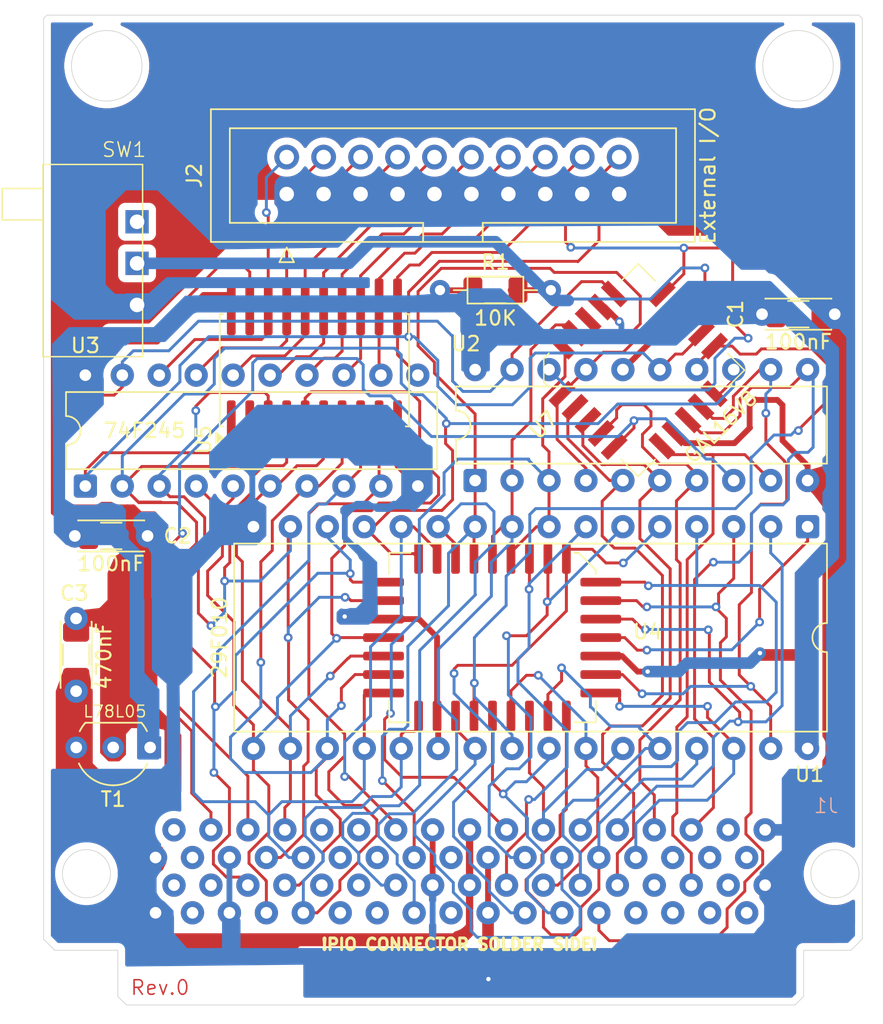
<source format=kicad_pcb>
(kicad_pcb
	(version 20241229)
	(generator "pcbnew")
	(generator_version "9.0")
	(general
		(thickness 1.6)
		(legacy_teardrops no)
	)
	(paper "A4")
	(layers
		(0 "F.Cu" signal)
		(2 "B.Cu" signal)
		(9 "F.Adhes" user "F.Adhesive")
		(11 "B.Adhes" user "B.Adhesive")
		(13 "F.Paste" user)
		(15 "B.Paste" user)
		(5 "F.SilkS" user "F.Silkscreen")
		(7 "B.SilkS" user "B.Silkscreen")
		(1 "F.Mask" user)
		(3 "B.Mask" user)
		(17 "Dwgs.User" user "User.Drawings")
		(19 "Cmts.User" user "User.Comments")
		(21 "Eco1.User" user "User.Eco1")
		(23 "Eco2.User" user "User.Eco2")
		(25 "Edge.Cuts" user)
		(27 "Margin" user)
		(31 "F.CrtYd" user "F.Courtyard")
		(29 "B.CrtYd" user "B.Courtyard")
		(35 "F.Fab" user)
		(33 "B.Fab" user)
		(39 "User.1" user)
		(41 "User.2" user)
		(43 "User.3" user)
		(45 "User.4" user)
	)
	(setup
		(pad_to_mask_clearance 0)
		(allow_soldermask_bridges_in_footprints no)
		(tenting front back)
		(pcbplotparams
			(layerselection 0x00000000_00000000_55555555_5755f5ff)
			(plot_on_all_layers_selection 0x00000000_00000000_00000000_00000000)
			(disableapertmacros no)
			(usegerberextensions no)
			(usegerberattributes yes)
			(usegerberadvancedattributes yes)
			(creategerberjobfile yes)
			(dashed_line_dash_ratio 12.000000)
			(dashed_line_gap_ratio 3.000000)
			(svgprecision 4)
			(plotframeref no)
			(mode 1)
			(useauxorigin no)
			(hpglpennumber 1)
			(hpglpenspeed 20)
			(hpglpendiameter 15.000000)
			(pdf_front_fp_property_popups yes)
			(pdf_back_fp_property_popups yes)
			(pdf_metadata yes)
			(pdf_single_document no)
			(dxfpolygonmode yes)
			(dxfimperialunits yes)
			(dxfusepcbnewfont yes)
			(psnegative no)
			(psa4output no)
			(plot_black_and_white yes)
			(sketchpadsonfab no)
			(plotpadnumbers no)
			(hidednponfab no)
			(sketchdnponfab yes)
			(crossoutdnponfab yes)
			(subtractmaskfromsilk no)
			(outputformat 1)
			(mirror no)
			(drillshape 0)
			(scaleselection 1)
			(outputdirectory "gerbers/")
		)
	)
	(net 0 "")
	(net 1 "unconnected-(J1-DREQ5-Pad3)")
	(net 2 "unconnected-(J1-D11-Pad45)")
	(net 3 "/D7")
	(net 4 "unconnected-(J1-BCLK-Pad33)")
	(net 5 "unconnected-(J1-LRCLK-Pad66)")
	(net 6 "unconnected-(J1-D15-Pad47)")
	(net 7 "unconnected-(J1-D8-Pad10)")
	(net 8 "unconnected-(J1-NC-Pad31)")
	(net 9 "unconnected-(J1-NC-Pad65)")
	(net 10 "unconnected-(J1-~{DACK5}-Pad36)")
	(net 11 "unconnected-(J1-SYSCK-Pad32)")
	(net 12 "unconnected-(J1-D9-Pad44)")
	(net 13 "unconnected-(J1-D14-Pad13)")
	(net 14 "unconnected-(J1-~{IRQ10}-Pad37)")
	(net 15 "unconnected-(J1-+3.5V-Pad51)")
	(net 16 "unconnected-(J1-D12-Pad12)")
	(net 17 "unconnected-(J1-~{RESET}-Pad2)")
	(net 18 "unconnected-(J1-SDIN-Pad67)")
	(net 19 "unconnected-(J1-A21-Pad62)")
	(net 20 "unconnected-(J1-A19-Pad61)")
	(net 21 "unconnected-(J1-A22-Pad29)")
	(net 22 "unconnected-(J1-D13-Pad46)")
	(net 23 "unconnected-(J1-+3.5V-Pad17)")
	(net 24 "/A0")
	(net 25 "unconnected-(J1-~{SWR1}-Pad38)")
	(net 26 "unconnected-(J1-A23-Pad63)")
	(net 27 "unconnected-(J1-D10-Pad11)")
	(net 28 "/XCVR_B0")
	(net 29 "/XCVR_B1")
	(net 30 "/XCVR_B2")
	(net 31 "/XCVR_B3")
	(net 32 "/XCVR_B4")
	(net 33 "/EXT_STROBE")
	(net 34 "/XCVR_B6")
	(net 35 "/A1")
	(net 36 "/XCVR_B5")
	(net 37 "/XCVR_B7")
	(net 38 "/EXT_ACK")
	(net 39 "/~{XCVR_EN}")
	(net 40 "/A2")
	(net 41 "/A5")
	(net 42 "/A3")
	(net 43 "/A4")
	(net 44 "/UNK1")
	(net 45 "/A18")
	(net 46 "/A17")
	(net 47 "/A20")
	(net 48 "/~{CS0}")
	(net 49 "/~{SWR0}")
	(net 50 "/~{SRD}")
	(net 51 "/~{EEPROM_WR}")
	(net 52 "/D0")
	(net 53 "/~{EEPROM_OE}")
	(net 54 "VCC")
	(net 55 "/SWITCH")
	(net 56 "GND")
	(net 57 "/D1")
	(net 58 "/D2")
	(net 59 "/D3")
	(net 60 "/D4")
	(net 61 "/D5")
	(net 62 "unconnected-(SW1-A-Pad1)")
	(net 63 "/A6")
	(net 64 "/D6")
	(net 65 "+7.5V")
	(net 66 "/A7")
	(net 67 "/A9")
	(net 68 "/A8")
	(net 69 "/A10")
	(net 70 "/A11")
	(net 71 "/A12")
	(net 72 "/A13")
	(net 73 "/ROM_P1")
	(net 74 "/A14")
	(net 75 "/A15")
	(net 76 "/A16")
	(footprint "PR_Footprints:C_Disc_1206_P5.00mm" (layer "F.Cu") (at 91.734 92.329))
	(footprint "PR_Footprints:PLCC-32" (layer "F.Cu") (at 121.035093 99.1616 -90))
	(footprint "Connector_IDC:IDC-Header_2x10_P2.54mm_Vertical" (layer "F.Cu") (at 106.299 68.834 90))
	(footprint "PR_Footprints:C_Disc_1206_P5.00mm" (layer "F.Cu") (at 91.821 102.997 90))
	(footprint "PR_Footprints:PLCC-20" (layer "F.Cu") (at 130.556 81.026 45))
	(footprint "Package_DIP:DIP-20_W7.62mm" (layer "F.Cu") (at 92.456 88.9 90))
	(footprint "PR_Footprints:SOP-20" (layer "F.Cu") (at 108.204 80.941 90))
	(footprint "PR_Footprints:C_Disc_1206_P5.00mm" (layer "F.Cu") (at 138.978 77.089))
	(footprint "Package_TO_SOT_THT:TO-92L_Inline_Wide" (layer "F.Cu") (at 96.911 106.865 180))
	(footprint "PR_Footprints:R_Axial_DIN0204_L3.6mm_D1.6mm_P7.62mm_Horizontal" (layer "F.Cu") (at 116.84 75.438))
	(footprint "Package_DIP:DIP-20_W7.62mm" (layer "F.Cu") (at 119.253 88.519 90))
	(footprint "PR_Footprints:SPDT_Switch" (layer "F.Cu") (at 93.1418 73.9648))
	(footprint "Package_DIP:DIP-32_W15.24mm" (layer "F.Cu") (at 142.113 91.694 -90))
	(footprint "PR_Footprints:PIO_Connector" (layer "B.Cu") (at 118.872 114.803 180))
	(gr_poly
		(pts
			(xy 103.296055 61.578133) (xy 103.295213 61.578382) (xy 103.294382 61.578575) (xy 103.293563 61.578711)
			(xy 103.292756 61.57879) (xy 103.291961 61.578813) (xy 103.291177 61.578779) (xy 103.290405 61.578688)
			(xy 103.289645 61.57854) (xy 103.288897 61.578335) (xy 103.288161 61.578074) (xy 103.287436 61.577756)
			(xy 103.286724 61.577381) (xy 103.286022 61.57695) (xy 103.285333 61.576462) (xy 103.284656 61.575917)
			(xy 103.28399 61.575315) (xy 103.285975 61.574323)
		)
		(stroke
			(width 0)
			(type solid)
		)
		(fill yes)
		(layer "F.Cu")
		(uuid "00bcb21b-45ef-4317-945a-261dee7f17e3")
	)
	(gr_line
		(start 101.03998 60.864314)
		(end 100.964137 60.838755)
		(stroke
			(width 0.007937)
			(type solid)
			(color 122 182 80 1)
		)
		(layer "F.Cu")
		(uuid "0489255a-8fbf-47bf-8120-19c0b16c7835")
	)
	(gr_line
		(start 100.697238 60.754974)
		(end 100.670568 60.745529)
		(stroke
			(width 0.007937)
			(type solid)
			(color 122 182 80 1)
		)
		(layer "F.Cu")
		(uuid "04d3296c-8b55-4213-b854-68ee6d71c7dc")
	)
	(gr_line
		(start 100.841225 60.799424)
		(end 100.826501 60.796289)
		(stroke
			(width 0.007937)
			(type solid)
			(color 54 167 110 1)
		)
		(layer "F.Cu")
		(uuid "058d7517-b934-435d-8226-8b1bd7a34981")
	)
	(gr_line
		(start 103.540133 61.655523)
		(end 103.532037 61.652706)
		(stroke
			(width 0.007937)
			(type solid)
			(color 73 168 100 1)
		)
		(layer "F.Cu")
		(uuid "072182a4-9b2a-48a3-bd09-794aa458699e")
	)
	(gr_line
		(start 101.89592 61.133474)
		(end 101.894769 61.134625)
		(stroke
			(width 0.007937)
			(type solid)
			(color 127 165 52 1)
		)
		(layer "F.Cu")
		(uuid "07b89b68-a6b4-4c5d-8bce-fd51e38713f2")
	)
	(gr_line
		(start 103.571725 61.666597)
		(end 103.562795 61.663303)
		(stroke
			(width 0.007937)
			(type solid)
			(color 122 182 80 1)
		)
		(layer "F.Cu")
		(uuid "07ff6185-2369-4e35-b34f-274d1914fa9b")
	)
	(gr_line
		(start 103.385193 61.607065)
		(end 103.36535 61.599802)
		(stroke
			(width 0.007937)
			(type solid)
			(color 122 182 80 1)
		)
		(layer "F.Cu")
		(uuid "083b993d-1eeb-4826-a12e-b7f197ab56c3")
	)
	(gr_curve
		(pts
			(xy 102.057488 60.900786) (xy 102.057408 60.894198) (xy 102.059829 60.884554) (xy 102.057488 60.875664)
		)
		(stroke
			(width 0.007937)
			(type solid)
			(color 111 85 100 1)
		)
		(layer "F.Cu")
		(uuid "0984da8b-5278-4e30-88ea-9613f813459c")
	)
	(gr_line
		(start 101.89592 61.133474)
		(end 101.85524 61.121886)
		(stroke
			(width 0.007937)
			(type solid)
			(color 54 167 110 1)
		)
		(layer "F.Cu")
		(uuid "09de9327-c976-4220-b694-395260de882f")
	)
	(gr_line
		(start 100.360014 60.646151)
		(end 100.357712 60.646032)
		(stroke
			(width 0.007937)
			(type solid)
			(color 122 182 80 1)
		)
		(layer "F.Cu")
		(uuid "0a1e9b56-ed52-4081-b450-9bc2e56bf62e")
	)
	(gr_line
		(start 101.894769 61.134625)
		(end 101.906675 61.138594)
		(stroke
			(width 0.007937)
			(type solid)
			(color 195 180 22 1)
		)
		(layer "F.Cu")
		(uuid "0aedf6fb-6fb1-416e-ac0e-90deb28a70aa")
	)
	(gr_line
		(start 103.584623 61.67124)
		(end 103.606451 61.677193)
		(stroke
			(width 0.007937)
			(type solid)
			(color 195 180 22 1)
		)
		(layer "F.Cu")
		(uuid "0af3c0e8-6a71-4150-9e49-4e74935397bd")
	)
	(gr_poly
		(pts
			(xy 103.727498 61.714896) (xy 103.726772 61.71514) (xy 103.726051 61.715338) (xy 103.725337 61.71549)
			(xy 103.724628 61.715595) (xy 103.723925 61.715654) (xy 103.723229 61.715666) (xy 103.722538 61.715631)
			(xy 103.721853 61.71555) (xy 103.721173 61.715423) (xy 103.7205 61.715249) (xy 103.719833 61.715029)
			(xy 103.719171 61.714762) (xy 103.718516 61.714448) (xy 103.717866 61.714088) (xy 103.717222 61.713682)
			(xy 103.716584 61.713229) (xy 103.71956 61.711919)
		)
		(stroke
			(width 0)
			(type solid)
		)
		(fill yes)
		(layer "F.Cu")
		(uuid "0baf3549-35cb-4912-bcfa-6f589de9d6ad")
	)
	(gr_line
		(start 103.606451 61.677193)
		(end 103.585615 61.669573)
		(stroke
			(width 0.007937)
			(type solid)
			(color 73 168 100 1)
		)
		(layer "F.Cu")
		(uuid "0c373892-9000-4f8b-9f1c-e533cc6903bf")
	)
	(gr_line
		(start 101.766102 61.091961)
		(end 101.756021 61.090135)
		(stroke
			(width 0.007937)
			(type solid)
			(color 54 167 110 1)
		)
		(layer "F.Cu")
		(uuid "0d7321b3-c402-49d4-81b3-9707fb6c55ca")
	)
	(gr_line
		(start 100.350131 60.645357)
		(end 100.314373 60.632419)
		(stroke
			(width 0.007937)
			(type solid)
			(color 122 182 80 1)
		)
		(layer "F.Cu")
		(uuid "1069d95f-f67f-42bf-b6e4-49e7e3845d4d")
	)
	(gr_poly
		(pts
			(xy 100.756726 60.772802) (xy 100.763442 60.774213) (xy 100.770091 60.775877) (xy 100.776673 60.777795)
			(xy 100.783188 60.779965) (xy 100.789636 60.782388) (xy 100.796017 60.785065) (xy 100.802331 60.787994)
			(xy 100.795531 60.786819) (xy 100.788802 60.785395) (xy 100.782146 60.783723) (xy 100.775562 60.781803)
			(xy 100.769049 60.779635) (xy 100.762609 60.777219) (xy 100.75624 60.774555) (xy 100.749943 60.771643)
		)
		(stroke
			(width 0)
			(type solid)
		)
		(fill yes)
		(layer "F.Cu")
		(uuid "10cdf303-fec9-4ad2-991b-d09e1034b032")
	)
	(gr_line
		(start 103.479451 61.636513)
		(end 103.458615 61.630877)
		(stroke
			(width 0.007937)
			(type solid)
			(color 54 167 110 1)
		)
		(layer "F.Cu")
		(uuid "12290ffb-e8fa-4d3a-9d60-f24f4f9db71b")
	)
	(gr_line
		(start 100.470147 60.681354)
		(end 100.466178 60.682346)
		(stroke
			(width 0.007937)
			(type solid)
			(color 127 165 52 1)
		)
		(layer "F.Cu")
		(uuid "124c17a6-dd1d-439a-a06b-40d117088932")
	)
	(gr_poly
		(pts
			(xy 101.996012 61.166381) (xy 101.998015 61.16646) (xy 101.999998 61.166611) (xy 102.00196 61.166834)
			(xy 102.003902 61.167129) (xy 102.005823 61.167497) (xy 102.007724 61.167937) (xy 102.009605 61.168449)
			(xy 102.011465 61.169033) (xy 102.013304 61.16969) (xy 102.015123 61.170418) (xy 102.016922 61.171219)
			(xy 102.0187 61.172093) (xy 102.020458 61.173038) (xy 102.022195 61.174056) (xy 102.023912 61.175146)
			(xy 102.020015 61.174558) (xy 102.016163 61.173824) (xy 102.012355 61.172945) (xy 102.008593 61.171921)
			(xy 102.004874 61.170752) (xy 102.001201 61.169438) (xy 101.997572 61.167979) (xy 101.993988 61.166375)
		)
		(stroke
			(width 0)
			(type solid)
		)
		(fill yes)
		(layer "F.Cu")
		(uuid "136b007d-71d8-4dbb-9ef7-e228e245d595")
	)
	(gr_line
		(start 105.469819 61.267459)
		(end 104.536131 60.97782)
		(stroke
			(width 0.007937)
			(type solid)
			(color 25 140 169 1)
		)
		(layer "F.Cu")
		(uuid "13bf84ef-5a40-488c-8092-963b84915446")
	)
	(gr_line
		(start 103.779925 61.731922)
		(end 103.768178 61.728945)
		(stroke
			(width 0.007937)
			(type solid)
			(color 73 168 100 1)
		)
		(layer "F.Cu")
		(uuid "156f1c45-3641-44c2-b3c5-fef414b21302")
	)
	(gr_line
		(start 101.756021 61.090135)
		(end 101.766102 61.091961)
		(stroke
			(width 0.007937)
			(type solid)
			(color 175 179 32 1)
		)
		(layer "F.Cu")
		(uuid "1694eb9c-cb66-4096-8ce1-66c185b0ab0f")
	)
	(gr_line
		(start 100.250873 60.613568)
		(end 100.23218 60.607774)
		(stroke
			(width 0.007937)
			(type solid)
			(color 73 168 100 1)
		)
		(layer "F.Cu")
		(uuid "1770da3e-1542-47c9-9669-9ac5a13bb06b")
	)
	(gr_line
		(start 100.826501 60.796289)
		(end 100.802331 60.787994)
		(stroke
			(width 0.007937)
			(type solid)
			(color 122 182 80 1)
		)
		(layer "F.Cu")
		(uuid "18baf0fd-e086-41ed-acc7-18dd659c682e")
	)
	(gr_line
		(start 102.058004 61.187211)
		(end 102.057488 60.900786)
		(stroke
			(width 0.007937)
			(type solid)
			(color 111 85 100 1)
		)
		(layer "F.Cu")
		(uuid "19ed30f3-e1c4-4b50-816b-d8871e3f4858")
	)
	(gr_line
		(start 103.727498 61.714896)
		(end 103.71956 61.711919)
		(stroke
			(width 0.007937)
			(type solid)
			(color 73 168 100 1)
		)
		(layer "F.Cu")
		(uuid "19ee8ac3-d02d-4068-82f2-b37f18a0b10d")
	)
	(gr_poly
		(pts
			(xy 103.637013 61.686307) (xy 103.64083 61.68702) (xy 103.644613 61.687865) (xy 103.648361 61.688841)
			(xy 103.652074 61.689949) (xy 103.655753 61.691188) (xy 103.659397 61.692558) (xy 103.663006 61.69406)
			(xy 103.661043 61.694028) (xy 103.659093 61.69393) (xy 103.657156 61.693767) (xy 103.655232 61.693539)
			(xy 103.653321 61.693246) (xy 103.651423 61.692888) (xy 103.649538 61.692465) (xy 103.647667 61.691977)
			(xy 103.645808 61.691423) (xy 103.643962 61.690804) (xy 103.642129 61.690121) (xy 103.640309 61.689372)
			(xy 103.638503 61.688558) (xy 103.636709 61.687679) (xy 103.634928 61.686735) (xy 103.633161 61.685726)
		)
		(stroke
			(width 0)
			(type solid)
		)
		(fill yes)
		(layer "F.Cu")
		(uuid "1d902126-e390-436a-821d-b121674c06b5")
	)
	(gr_line
		(start 103.585615 61.669573)
		(end 103.584623 61.67124)
		(stroke
			(width 0.007937)
			(type solid)
			(color 127 165 52 1)
		)
		(layer "F.Cu")
		(uuid "1f2565f2-9a4b-4ca8-842d-7036b2258e62")
	)
	(gr_poly
		(pts
			(xy 100.831434 60.796033) (xy 100.832385 60.796116) (xy 100.833323 60.796245) (xy 100.83425 60.796418)
			(xy 100.835164 60.796637) (xy 100.836066 60.7969) (xy 100.836956 60.797208) (xy 100.837834 60.797562)
			(xy 100.8387 60.79796) (xy 100.839553 60.798403) (xy 100.840395 60.798891) (xy 100.841225 60.799424)
			(xy 100.838248 60.800417) (xy 100.826501 60.796289) (xy 100.827512 60.796148) (xy 100.82851 60.796052)
			(xy 100.829497 60.796) (xy 100.830472 60.795994)
		)
		(stroke
			(width 0)
			(type solid)
		)
		(fill yes)
		(layer "F.Cu")
		(uuid "1f649d73-2916-4d59-acf5-7adf62fab87d")
	)
	(gr_line
		(start 103.768178 61.728945)
		(end 103.779925 61.731922)
		(stroke
			(width 0.007937)
			(type solid)
			(color 195 180 22 1)
		)
		(layer "F.Cu")
		(uuid "20ed37d6-a907-4afb-89d4-03186f5cdecf")
	)
	(gr_line
		(start 103.088688 60.526414)
		(end 103.087775 60.531375)
		(stroke
			(width 0.007937)
			(type solid)
			(color 111 85 100 1)
		)
		(layer "F.Cu")
		(uuid "215554dd-1f5c-400b-b184-fe5510034f46")
	)
	(gr_poly
		(pts
			(xy 103.271621 61.570324) (xy 103.272773 61.570394) (xy 103.273918 61.570503) (xy 103.275054 61.570652)
			(xy 103.276183 61.57084) (xy 103.277303 61.571069) (xy 103.278415 61.571336) (xy 103.279519 61.571644)
			(xy 103.280615 61.571991) (xy 103.281703 61.572378) (xy 103.282783 61.572805) (xy 103.283855 61.573271)
			(xy 103.284919 61.573777) (xy 103.285975 61.574323) (xy 103.28399 61.575315) (xy 103.282942 61.575203)
			(xy 103.281902 61.575064) (xy 103.280868 61.574899) (xy 103.279843 61.574708) (xy 103.278825 61.57449)
			(xy 103.277814 61.574246) (xy 103.27681 61.573975) (xy 103.275815 61.573678) (xy 103.274826 61.573355)
			(xy 103.273845 61.573005) (xy 103.272871 61.572629) (xy 103.271905 61.572227) (xy 103.270947 61.571798)
			(xy 103.269995 61.571343) (xy 103.269051 61.570862) (xy 103.268115 61.570354) (xy 103.269292 61.570304)
			(xy 103.27046 61.570295)
		)
		(stroke
			(width 0)
			(type solid)
		)
		(fill yes)
		(layer "F.Cu")
		(uuid "2222cb6d-3d5f-418d-802a-2a925aaa9a3b")
	)
	(gr_line
		(start 103.385193 61.607065)
		(end 103.398092 61.612026)
		(stroke
			(width 0.007937)
			(type solid)
			(color 175 179 32 1)
		)
		(layer "F.Cu")
		(uuid "269c34bd-8f8e-49de-b1d9-c0a462225fb5")
	)
	(gr_poly
		(pts
			(xy 101.896734 61.133531) (xy 101.897529 61.133624) (xy 101.898305 61.133751) (xy 101.899063 61.133913)
			(xy 101.899801 61.134111) (xy 101.90052 61.134343) (xy 101.901221 61.13461) (xy 101.901903 61.134913)
			(xy 101.902566 61.13525) (xy 101.903209 61.135623) (xy 101.903834 61.13603) (xy 101.90444 61.136473)
			(xy 101.905028 61.136951) (xy 101.905596 61.137463) (xy 101.906145 61.138011) (xy 101.906675 61.138594)
			(xy 101.905824 61.138597) (xy 101.904987 61.138566) (xy 101.904165 61.138503) (xy 101.903356 61.138405)
			(xy 101.902562 61.138274) (xy 101.901783 61.13811) (xy 101.901017 61.137912) (xy 101.900266 61.137681)
			(xy 101.899529 61.137416) (xy 101.898806 61.137118) (xy 101.898098 61.136786) (xy 101.897403 61.136421)
			(xy 101.896723 61.136022) (xy 101.896058 61.13559) (xy 101.895406 61.135124) (xy 101.894769 61.134625)
			(xy 101.89592 61.133474)
		)
		(stroke
			(width 0)
			(type solid)
		)
		(fill yes)
		(layer "F.Cu")
		(uuid "281c2de9-2f47-4dac-860e-823531ab058a")
	)
	(gr_line
		(start 103.36535 61.599802)
		(end 103.357412 61.597143)
		(stroke
			(width 0.007937)
			(type solid)
			(color 73 168 100 1)
		)
		(layer "F.Cu")
		(uuid "294ec5f4-8aa4-4fae-96dc-4e166d8327e4")
	)
	(gr_line
		(start 101.839206 61.115774)
		(end 101.85524 61.121885)
		(stroke
			(width 0.007937)
			(type solid)
			(color 122 182 80 1)
		)
		(layer "F.Cu")
		(uuid "29bf9e01-29ce-4339-8083-55a093bf53da")
	)
	(gr_line
		(start 103.684834 61.702315)
		(end 103.663006 61.694061)
		(stroke
			(width 0.007937)
			(type solid)
			(color 122 182 80 1)
		)
		(layer "F.Cu")
		(uuid "29fe78e4-3181-47c5-bb07-4ff0d5946f5d")
	)
	(gr_line
		(start 100.466178 60.682346)
		(end 100.491975 60.688974)
		(stroke
			(width 0.007937)
			(type solid)
			(color 195 180 22 1)
		)
		(layer "F.Cu")
		(uuid "2a3d7ce2-414d-4ae6-8dac-00e9c3f1c5d5")
	)
	(gr_line
		(start 100.529678 60.70219)
		(end 100.540751 60.704016)
		(stroke
			(width 0.007937)
			(type solid)
			(color 175 179 32 1)
		)
		(layer "F.Cu")
		(uuid "2a89c027-0d5f-4c8b-8d43-2d83b715f64a")
	)
	(gr_line
		(start 101.839206 61.115774)
		(end 101.806623 61.106685)
		(stroke
			(width 0.007937)
			(type solid)
			(color 54 167 110 1)
		)
		(layer "F.Cu")
		(uuid "2b903f3c-5730-475b-9abf-929efc5ecb9d")
	)
	(gr_line
		(start 100.611871 60.72763)
		(end 100.576311 60.717073)
		(stroke
			(width 0.007937)
			(type solid)
			(color 54 167 110 1)
		)
		(layer "F.Cu")
		(uuid "2cd2fa77-5a3f-4f57-847b-673cdb050ea5")
	)
	(gr_line
		(start 103.758256 61.726128)
		(end 103.768178 61.728945)
		(stroke
			(width 0.007937)
			(type solid)
			(color 175 179 32 1)
		)
		(layer "F.Cu")
		(uuid "2d5a5b0e-263b-432d-b4b0-fe000043d099")
	)
	(gr_line
		(start 102.057488 60.500617)
		(end 102.057567 60.203041)
		(stroke
			(width 0.007937)
			(type solid)
			(color 111 85 100 1)
		)
		(layer "F.Cu")
		(uuid "2eaf9619-f752-453e-b5d2-e52c6420805d")
	)
	(gr_poly
		(pts
			(xy 103.36535 61.599802) (xy 103.36465 61.599982) (xy 103.363962 61.600124) (xy 103.363284 61.600228)
			(xy 103.362616 61.600294) (xy 103.361959 61.600322) (xy 103.361313 61.600313) (xy 103.360677 61.600265)
			(xy 103.360051 61.60018) (xy 103.359436 61.600057) (xy 103.358832 61.599896) (xy 103.358238 61.599697)
			(xy 103.357655 61.59946) (xy 103.357082 61.599186) (xy 103.35652 61.598874) (xy 103.355969 61.598524)
			(xy 103.355428 61.598136) (xy 103.357412 61.597143)
		)
		(stroke
			(width 0)
			(type solid)
		)
		(fill yes)
		(layer "F.Cu")
		(uuid "3147e5af-d8c6-4c44-986b-773cd0d033f5")
	)
	(gr_line
		(start 101.693514 61.070292)
		(end 101.710381 61.074935)
		(stroke
			(width 0.007937)
			(type solid)
			(color 175 179 32 1)
		)
		(layer "F.Cu")
		(uuid "3395e83a-cef0-438d-9a01-1cc251794a0a")
	)
	(gr_line
		(start 103.997532 60.81018)
		(end 103.995587 60.806767)
		(stroke
			(width 0.007937)
			(type solid)
			(color 25 140 169 1)
		)
		(layer "F.Cu")
		(uuid "345ab2b9-19c5-49da-91d7-6ccab78076b8")
	)
	(gr_poly
		(pts
			(xy 103.401068 61.611034) (xy 103.419086 61.616828) (xy 103.418661 61.617211) (xy 103.41845 61.617384)
			(xy 103.418239 61.617544) (xy 103.41803 61.617693) (xy 103.41782 61.617829) (xy 103.417612 61.617954)
			(xy 103.417405 61.618066) (xy 103.417198 61.618166) (xy 103.416992 61.618254) (xy 103.416787 61.618329)
			(xy 103.416582 61.618393) (xy 103.416379 61.618444) (xy 103.416176 61.618483) (xy 103.415974 61.61851)
			(xy 103.415772 61.618525) (xy 103.415572 61.618527) (xy 103.415372 61.618518) (xy 103.415173 61.618496)
			(xy 103.414975 61.618462) (xy 103.414777 61.618416) (xy 103.414581 61.618358) (xy 103.414385 61.618287)
			(xy 103.41419 61.618205) (xy 103.413995 61.61811) (xy 103.413802 61.618003) (xy 103.413609 61.617884)
			(xy 103.413417 61.617753) (xy 103.413226 61.617609) (xy 103.413035 61.617454) (xy 103.412846 61.617286)
			(xy 103.412657 61.617106) (xy 103.412529 61.616989) (xy 103.412397 61.616877) (xy 103.41226 61.616772)
			(xy 103.412119 61.616672) (xy 103.411973 61.616579) (xy 103.411824 61.616493) (xy 103.41167 61.616412)
			(xy 103.411513 61.616339) (xy 103.411353 61.616271) (xy 103.41119 61.616211) (xy 103.411023 61.616157)
			(xy 103.410855 61.616111) (xy 103.410683 61.616071) (xy 103.41051 61.616038) (xy 103.410334 61.616013)
			(xy 103.410156 61.615994) (xy 103.409347 61.615923) (xy 103.408544 61.615828) (xy 103.407749 61.61571)
			(xy 103.406962 61.615568) (xy 103.406182 61.615402) (xy 103.405409 61.615213) (xy 103.404644 61.615)
			(xy 103.403886 61.614764) (xy 103.403136 61.614504) (xy 103.402393 61.614221) (xy 103.401657 61.613914)
			(xy 103.400929 61.613583) (xy 103.400209 61.613229) (xy 103.399496 61.612852) (xy 103.39879 61.61245)
			(xy 103.398092 61.612026) (xy 103.401068 61.611034)
		)
		(stroke
			(width 0)
			(type solid)
		)
		(fill yes)
		(layer "F.Cu")
		(uuid "34e486b4-0d58-42fc-8aa3-7176a7761266")
	)
	(gr_line
		(start 103.716584 61.713229)
		(end 103.727498 61.714896)
		(stroke
			(width 0.007937)
			(type solid)
			(color 195 180 22 1)
		)
		(layer "F.Cu")
		(uuid "35126661-f99c-46dc-9b4e-934a96c72212")
	)
	(gr_line
		(start 103.086664 62.085894)
		(end 103.089363 62.099031)
		(stroke
			(width 0.007937)
			(type solid)
			(color 233 97 22 1)
		)
		(layer "F.Cu")
		(uuid "36845a74-87b9-435a-84ee-255ee64e7f92")
	)
	(gr_line
		(start 103.663006 61.69406)
		(end 103.633161 61.685726)
		(stroke
			(width 0.007937)
			(type solid)
			(color 54 167 110 1)
		)
		(layer "F.Cu")
		(uuid "36d60761-a46a-4d20-b3aa-3e40a87cdcf1")
	)
	(gr_curve
		(pts
			(xy 103.086704 61.117401) (xy 103.086704 61.119504) (xy 103.087577 61.120536) (xy 103.087696 61.122719)
		)
		(stroke
			(width 0.007937)
			(type solid)
			(color 111 85 100 1)
		)
		(layer "F.Cu")
		(uuid "37144819-2629-4fe1-8b02-418ceb8c066c")
	)
	(gr_poly
		(pts
			(xy 100.274602 60.619823) (xy 100.275556 60.619871) (xy 100.276505 60.619945) (xy 100.277448 60.620045)
			(xy 100.278386 60.620172) (xy 100.279319 60.620325) (xy 100.280247 60.620504) (xy 100.281169 60.62071)
			(xy 100.282086 60.620942) (xy 100.282998 60.6212) (xy 100.283904 60.621485) (xy 100.284805 60.621796)
			(xy 100.285701 60.622134) (xy 100.286592 60.622497) (xy 100.281631 60.623807) (xy 100.271709 60.619838)
			(xy 100.272679 60.619807) (xy 100.273643 60.619802)
		)
		(stroke
			(width 0)
			(type solid)
		)
		(fill yes)
		(layer "F.Cu")
		(uuid "387089b4-e8e1-44ed-a062-f588fd54f037")
	)
	(gr_line
		(start 101.766102 61.091961)
		(end 101.806623 61.106685)
		(stroke
			(width 0.007937)
			(type solid)
			(color 122 182 80 1)
		)
		(layer "F.Cu")
		(uuid "3924f462-f55e-417b-9a4d-e540af248e9f")
	)
	(gr_line
		(start 100.357712 60.646032)
		(end 100.350131 60.645357)
		(stroke
			(width 0.007937)
			(type solid)
			(color 122 182 80 1)
		)
		(layer "F.Cu")
		(uuid "393b819f-6573-4cc2-af09-7783a3716265")
	)
	(gr_line
		(start 103.401068 61.611034)
		(end 103.385193 61.607065)
		(stroke
			(width 0.007937)
			(type solid)
			(color 54 167 110 1)
		)
		(layer "F.Cu")
		(uuid "3bd8a432-ee0b-48c0-b92b-bd85216deb38")
	)
	(gr_line
		(start 101.958428 61.15431)
		(end 101.993988 61.166375)
		(stroke
			(width 0.007937)
			(type solid)
			(color 122 182 80 1)
		)
		(layer "F.Cu")
		(uuid "3e06f77b-917e-462d-80be-d8d47aa75254")
	)
	(gr_line
		(start 103.268115 61.570354)
		(end 103.213862 61.552535)
		(stroke
			(width 0.007937)
			(type solid)
			(color 122 182 80 1)
		)
		(layer "F.Cu")
		(uuid "3e76db62-565a-4297-acee-dbeb3cb14f12")
	)
	(gr_line
		(start 103.296055 61.578133)
		(end 103.285975 61.574323)
		(stroke
			(width 0.007937)
			(type solid)
			(color 73 168 100 1)
		)
		(layer "F.Cu")
		(uuid "3ed0e2cc-e019-4c52-a5f2-e0727d10c3ba")
	)
	(gr_line
		(start 100.838248 60.800417)
		(end 100.856107 60.80506)
		(stroke
			(width 0.007937)
			(type solid)
			(color 195 180 22 1)
		)
		(layer "F.Cu")
		(uuid "407bce61-bc6f-4f02-a473-98c4b226561c")
	)
	(gr_poly
		(pts
			(xy 100.915639 60.822919) (xy 100.914816 60.823155) (xy 100.913996 60.823345) (xy 100.913178 60.82349)
			(xy 100.912362 60.823589) (xy 100.911548 60.823643) (xy 100.910737 60.823652) (xy 100.909927 60.823616)
			(xy 100.90912 60.823534) (xy 100.908315 60.823408) (xy 100.907512 60.823236) (xy 100.906711 60.823018)
			(xy 100.905913 60.822756) (xy 100.905116 60.822448) (xy 100.904322 60.822095) (xy 100.90353 60.821696)
			(xy 100.90274 60.821252) (xy 100.906709 60.82026)
		)
		(stroke
			(width 0)
			(type solid)
		)
		(fill yes)
		(layer "F.Cu")
		(uuid "40c387d5-e360-4169-bf1b-4ff3792e91d0")
	)
	(gr_line
		(start 100.802331 60.787994)
		(end 100.749943 60.771643)
		(stroke
			(width 0.007937)
			(type solid)
			(color 73 168 100 1)
		)
		(layer "F.Cu")
		(uuid "41308cc6-b706-4db1-893f-fbde4a7ba707")
	)
	(gr_line
		(start 103.524099 61.651714)
		(end 103.528068 61.653698)
		(stroke
			(width 0.007937)
			(type solid)
			(color 175 179 32 1)
		)
		(layer "F.Cu")
		(uuid "4372fbe4-430e-4603-9053-18d8e706bd0e")
	)
	(gr_line
		(start 102.057567 60.203041)
		(end 102.057487 59.944)
		(stroke
			(width 0.007937)
			(type solid)
			(color 136 55 110 1)
		)
		(layer "F.Cu")
		(uuid "45ff6549-90e0-4f31-9723-2a56344ba588")
	)
	(gr_line
		(start 100.915639 60.82292)
		(end 100.906709 60.820261)
		(stroke
			(width 0.007937)
			(type solid)
			(color 73 168 100 1)
		)
		(layer "F.Cu")
		(uuid "48108857-5b1c-4bd9-85d1-2e354fae8418")
	)
	(gr_line
		(start 100.896628 60.819109)
		(end 100.90274 60.821252)
		(stroke
			(width 0.007937)
			(type solid)
			(color 175 179 32 1)
		)
		(layer "F.Cu")
		(uuid "4b195261-d44e-47ba-a7ca-93fc48576de8")
	)
	(gr_line
		(start 100.964137 60.838755)
		(end 100.940443 60.831175)
		(stroke
			(width 0.007937)
			(type solid)
			(color 54 167 110 1)
		)
		(layer "F.Cu")
		(uuid "4ca1ce54-14ab-4738-9f04-e05f881c3401")
	)
	(gr_line
		(start 101.662796 60.082866)
		(end 101.661764 60.079096)
		(stroke
			(width 0.007937)
			(type solid)
			(color 25 140 169 1)
		)
		(layer "F.Cu")
		(uuid "4d9bdbc3-cecf-4d71-936c-0f11874a50a4")
	)
	(gr_poly
		(pts
			(xy 100.23218 60.607774) (xy 100.250873 60.613568) (xy 100.271709 60.619839) (xy 100.281631 60.623808)
			(xy 100.283554 60.624864) (xy 100.285494 60.625852) (xy 100.28745 60.626771) (xy 100.289422 60.62762)
			(xy 100.291411 60.6284) (xy 100.293416 60.629111) (xy 100.295438 60.629753) (xy 100.297476 60.630326)
			(xy 100.299531 60.63083) (xy 100.301602 60.631264) (xy 100.303689 60.63163) (xy 100.305793 60.631926)
			(xy 100.307913 60.632153) (xy 100.31005 60.632311) (xy 100.312203 60.6324) (xy 100.314373 60.63242)
			(xy 100.318885 60.634151) (xy 100.326349 60.636884) (xy 100.336764 60.64062) (xy 100.350131 60.645358)
			(xy 100.350663 60.645537) (xy 100.351188 60.645698) (xy 100.351704 60.645841) (xy 100.352213 60.645966)
			(xy 100.352714 60.646072) (xy 100.353207 60.64616) (xy 100.353692 60.646229) (xy 100.35417 60.646281)
			(xy 100.35464 60.646314) (xy 100.355102 60.646328) (xy 100.355556 60.646325) (xy 100.356003 60.646303)
			(xy 100.356442 60.646263) (xy 100.356873 60.646204) (xy 100.357296 60.646127) (xy 100.357712 60.646032)
			(xy 100.357853 60.646001) (xy 100.357996 60.645975) (xy 100.358139 60.645954) (xy 100.358283 60.645938)
			(xy 100.358428 60.645928) (xy 100.358573 60.645922) (xy 100.358718 60.645922) (xy 100.358863 60.645927)
			(xy 100.359009 60.645937) (xy 100.359154 60.645952) (xy 100.359299 60.645973) (xy 100.359443 60.645998)
			(xy 100.359587 60.646029) (xy 100.35973 60.646065) (xy 100.359872 60.646106) (xy 100.360014 60.646152)
			(xy 100.41637 60.666035) (xy 100.41755 60.666739) (xy 100.418741 60.667391) (xy 100.41994 60.667991)
			(xy 100.42115 60.66854) (xy 100.422369 60.669038) (xy 100.423597 60.669484) (xy 100.424836 60.669879)
			(xy 100.426083 60.670222) (xy 100.427341 60.670514) (xy 100.428608 60.670754) (xy 100.429885 60.670943)
			(xy 100.431171 60.67108) (xy 100.432467 60.671166) (xy 100.433772 60.671201) (xy 100.435087 60.671184)
			(xy 100.436412 60.671115) (xy 100.456256 60.678378) (xy 100.466178 60.682347) (xy 100.467688 60.68314)
			(xy 100.469211 60.683883) (xy 100.470749 60.684575) (xy 100.4723 60.685217) (xy 100.473864 60.685808)
			(xy 100.475442 60.686348) (xy 100.477034 60.686838) (xy 100.47864 60.687278) (xy 100.480259 60.687667)
			(xy 100.481892 60.688005) (xy 100.483538 60.688293) (xy 100.485198 60.688531) (xy 100.486872 60.688717)
			(xy 100.488559 60.688854) (xy 100.49026 60.688939) (xy 100.491975 60.688975) (xy 100.529678 60.702191)
			(xy 100.53034 60.702598) (xy 100.531005 60.702966) (xy 100.531675 60.703295) (xy 100.532349 60.703585)
			(xy 100.533027 60.703835) (xy 100.533709 60.704047) (xy 100.534395 60.70422) (xy 100.535085 60.704354)
			(xy 100.535779 60.704448) (xy 100.536477 60.704504) (xy 100.537179 60.70452) (xy 100.537886 60.704497)
			(xy 100.538596 60.704436) (xy 100.53931 60.704335) (xy 100.540028 60.704195) (xy 100.540751 60.704016)
			(xy 100.576311 60.717073) (xy 100.580599 60.719018) (xy 100.584933 60.720784) (xy 100.589311 60.722372)
			(xy 100.593733 60.72378) (xy 100.598201 60.725011) (xy 100.602713 60.726062) (xy 100.607269 60.726936)
			(xy 100.611871 60.72763) (xy 100.650725 60.740886) (xy 100.670568 60.745529) (xy 100.697238 60.754975)
			(xy 100.703115 60.756922) (xy 100.709397 60.758807) (xy 100.722772 60.762595) (xy 100.729664 60.764598)
			(xy 100.736557 60.76674) (xy 100.74335 60.769072) (xy 100.746678 60.770325) (xy 100.749943 60.771644)
			(xy 100.75624 60.774556) (xy 100.762609 60.77722) (xy 100.769049 60.779636) (xy 100.775562 60.781804)
			(xy 100.782146 60.783724) (xy 100.788802 60.785395) (xy 100.795531 60.786819) (xy 100.802331 60.787995)
			(xy 100.826501 60.79629) (xy 100.838248 60.800417) (xy 100.839295 60.800965) (xy 100.84035 60.801479)
			(xy 100.841415 60.801959) (xy 100.84249 60.802404) (xy 100.843573 60.802815) (xy 100.844666 60.803191)
			(xy 100.845769 60.803533) (xy 100.84688 60.80384) (xy 100.848001 60.804113) (xy 100.849131 60.804352)
			(xy 100.850271 60.804556) (xy 100.851419 60.804726) (xy 100.852577 60.804861) (xy 100.853745 60.804962)
			(xy 100.854921 60.805028) (xy 100.856107 60.80506) (xy 100.896628 60.81911) (xy 100.90274 60.821253)
			(xy 100.90353 60.821696) (xy 100.904322 60.822095) (xy 100.905116 60.822448) (xy 100.905913 60.822756)
			(xy 100.906711 60.823018) (xy 100.907512 60.823236) (xy 100.908315 60.823408) (xy 100.90912 60.823535)
			(xy 100.909927 60.823616) (xy 100.910737 60.823653) (xy 100.911548 60.823644) (xy 100.912362 60.823589)
			(xy 100.913178 60.82349) (xy 100.913996 60.823345) (xy 100.914816 60.823155) (xy 100.915639 60.82292)
			(xy 100.917112 60.823673) (xy 100.918596 60.824394) (xy 100.92009 60.825084) (xy 100.921594 60.825742)
			(xy 100.923109 60.826369) (xy 100.924633 60.826964) (xy 100.926168 60.827527) (xy 100.927714 60.828059)
			(xy 100.929269 60.828559) (xy 100.930835 60.829028) (xy 100.932411 60.829465) (xy 100.933997 60.82987)
			(xy 100.935593 60.830244) (xy 100.9372 60.830586) (xy 100.938816 60.830896) (xy 100.940443 60.831175)
			(xy 100.941792 60.832107) (xy 100.943158 60.832977) (xy 100.944541 60.833787) (xy 100.945943 60.834536)
			(xy 100.947362 60.835223) (xy 100.948798 60.83585) (xy 100.950253 60.836415) (xy 100.951725 60.836919)
			(xy 100.953214 60.837363) (xy 100.954722 60.837745) (xy 100.956247 60.838066) (xy 100.957789 60.838326)
			(xy 100.95935 60.838525) (xy 100.960928 60.838662) (xy 100.962523 60.838739) (xy 100.964137 60.838755)
			(xy 101.03998 60.864314) (xy 100.968096 60.889018) (xy 100.901272 60.912911) (xy 100.840223 60.935405)
			(xy 100.785662 60.955912) (xy 100.771585 60.961826) (xy 100.757959 60.968751) (xy 100.75137 60.972574)
			(xy 100.74496 60.976627) (xy 100.738752 60.980903) (xy 100.732767 60.985393) (xy 100.727029 60.990091)
			(xy 100.721558 60.994988) (xy 100.716378 61.000078) (xy 100.711511 61.005351) (xy 100.706978 61.010802)
			(xy 100.702802 61.016422) (xy 100.699006 61.022203) (xy 100.695611 61.028139) (xy 100.69264 61.034221)
			(xy 100.690115 61.040441) (xy 100.688057 61.046793) (xy 100.686491 61.053268) (xy 100.685436 61.059859)
			(xy 100.684917 61.066559) (xy 100.684955 61.073359) (xy 100.685572 61.080253) (xy 100.68679 61.087232)
			(xy 100.688632 61.094289) (xy 100.69112 61.101416) (xy 100.694276 61.108606) (xy 100.698122 61.115851)
			(xy 100.702681 61.123143) (xy 100.707975 61.130476) (xy 100.714026 61.13784) (xy 100.719532 61.143855)
			(xy 100.725323 61.149631) (xy 100.731387 61.15517) (xy 100.737709 61.160475) (xy 100.751073 61.170392)
			(xy 100.765304 61.1794) (xy 100.780291 61.187521) (xy 100.795923 61.194772) (xy 100.812089 61.201175)
			(xy 100.828678 61.206748) (xy 100.84558 61.21151) (xy 100.862682 61.215482) (xy 100.879874 61.218683)
			(xy 100.897046 61.221132) (xy 100.914085 61.222849) (xy 100.930882 61.223853) (xy 100.947325 61.224165)
			(xy 100.963303 61.223803) (xy 100.973236 61.223264) (xy 100.982965 61.222541) (xy 100.992522 61.221631)
			(xy 101.001942 61.220535) (xy 101.011256 61.219252) (xy 101.020498 61.21778) (xy 101.038898 61.214268)
			(xy 101.057406 61.209994) (xy 101.076286 61.20495) (xy 101.095803 61.199131) (xy 101.116219 61.192529)
			(xy 101.578698 61.038224) (xy 101.58013 61.037723) (xy 101.58155 61.037193) (xy 101.582958 61.036632)
			(xy 101.584353 61.036042) (xy 101.585736 61.035422) (xy 101.587107 61.034772) (xy 101.588465 61.034092)
			(xy 101.58981 61.033383) (xy 101.590359 61.0341) (xy 101.591279 61.034886) (xy 101.594151 61.03665)
			(xy 101.598268 61.038642) (xy 101.603474 61.04083) (xy 101.616522 61.045657) (xy 101.632033 61.05087)
			(xy 101.693514 61.070292) (xy 101.6945 61.070835) (xy 101.695496 61.071345) (xy 101.696501 61.071821)
			(xy 101.697515 61.072264) (xy 101.698537 61.072672) (xy 101.699569 61.073047) (xy 101.70061 61.073388)
			(xy 101.701659 61.073695) (xy 101.702718 61.073968) (xy 101.703786 61.074208) (xy 101.704863 61.074414)
			(xy 101.705948 61.074586) (xy 101.707043 61.074724) (xy 101.708147 61.074828) (xy 101.709259 61.074898)
			(xy 101.710381 61.074935) (xy 101.756021 61.090136) (xy 101.756633 61.090566) (xy 101.757247 61.090954)
			(xy 101.757863 61.0913) (xy 101.758482 61.091604) (xy 101.759103 61.091866) (xy 101.759727 61.092085)
			(xy 101.760354 61.092263) (xy 101.760982 61.092398) (xy 101.761614 61.092491) (xy 101.762247 61.092542)
			(xy 101.762884 61.09255) (xy 101.763522 61.092517) (xy 101.764164 61.092441) (xy 101.764807 61.092323)
			(xy 101.765453 61.092163) (xy 101.766102 61.091961) (xy 101.806623 61.106685) (xy 101.810553 61.108347)
			(xy 101.814523 61.109858) (xy 101.818535 61.111219) (xy 101.822587 61.11243) (xy 101.826681 61.113491)
			(xy 101.830815 61.114402) (xy 101.83499 61.115163) (xy 101.839206 61.115774) (xy 101.85524 61.121886)
			(xy 101.860051 61.123917) (xy 101.864899 61.125822) (xy 101.869785 61.127602) (xy 101.874707 61.129258)
			(xy 101.879667 61.130787) (xy 101.884664 61.132192) (xy 101.889698 61.133471) (xy 101.894769 61.134625)
			(xy 101.895406 61.135124) (xy 101.896058 61.13559) (xy 101.896723 61.136022) (xy 101.897403 61.136421)
			(xy 101.898098 61.136786) (xy 101.898806 61.137118) (xy 101.899529 61.137416) (xy 101.900266 61.137681)
			(xy 101.901017 61.137913) (xy 101.901783 61.13811) (xy 101.902562 61.138275) (xy 101.903356 61.138406)
			(xy 101.904165 61.138503) (xy 101.904987 61.138567) (xy 101.905824 61.138597) (xy 101.906675 61.138594)
			(xy 101.913779 61.139745) (xy 101.916432 61.14109) (xy 101.919104 61.142377) (xy 101.921794 61.143607)
			(xy 101.924502 61.144778) (xy 101.927229 61.145891) (xy 101.929974 61.146946) (xy 101.932737 61.147944)
			(xy 101.935518 61.148883) (xy 101.938318 61.149764) (xy 101.941136 61.150588) (xy 101.943972 61.151353)
			(xy 101.946826 61.15206) (xy 101.949699 61.15271) (xy 101.95259 61.153301) (xy 101.9555 61.153835)
			(xy 101.958428 61.15431) (xy 101.993988 61.166375) (xy 101.997572 61.167979) (xy 102.001201 61.169438)
			(xy 102.004875 61.170752) (xy 102.008593 61.171921) (xy 102.012356 61.172945) (xy 102.016163 61.173824)
			(xy 102.020015 61.174558) (xy 102.023912 61.175146) (xy 102.058004 61.187211) (xy 102.056535 61.47566)
			(xy 102.018664 61.487279) (xy 101.981804 61.498877) (xy 101.912841 61.519667) (xy 101.843384 61.538266)
			(xy 101.77348 61.554697) (xy 101.703176 61.568981) (xy 101.632519 61.581141) (xy 101.561558 61.591198)
			(xy 101.490339 61.599176) (xy 101.418911 61.605096) (xy 101.34732 61.60898) (xy 101.275615 61.61085)
			(xy 101.203842 61.61073) (xy 101.132049 61.60864) (xy 101.060284 61.604603) (xy 100.988594 61.59864)
			(xy 100.917027 61.590776) (xy 100.84563 61.58103) (xy 100.599161 61.543198) (xy 100.379103 61.507489)
			(xy 100.325435 61.498168) (xy 100.271808 61.488155) (xy 100.218283 61.477358) (xy 100.164925 61.465688)
			(xy 100.111795 61.453054) (xy 100.058957 61.439367) (xy 100.006474 61.424535) (xy 99.954408 61.408469)
			(xy 99.920527 61.396903) (xy 99.886611 61.3839) (xy 99.86977 61.376829) (xy 99.853075 61.369362)
			(xy 99.836579 61.361486) (xy 99.820333 61.353189) (xy 99.80439 61.344459) (xy 99.788801 61.335285)
			(xy 99.773617 61.325652) (xy 99.758892 61.31555) (xy 99.744676 61.304966) (xy 99.731022 61.293887)
			(xy 99.717982 61.282302) (xy 99.705607 61.270198) (xy 99.697747 61.261705) (xy 99.690543 61.253068)
			(xy 99.683978 61.244274) (xy 99.678034 61.235314) (xy 99.672696 61.226176) (xy 99.667945 61.216849)
			(xy 99.663765 61.207322) (xy 99.66014 61.197585) (xy 99.657051 61.187625) (xy 99.654483 61.177432)
			(xy 99.652418 61.166996) (xy 99.65084 61.156305) (xy 99.649731 61.145348) (xy 99.649074 61.134115)
			(xy 99.648854 61.122593) (xy 99.649052 61.110773) (xy 99.650672 61.085321) (xy 99.653775 61.060436)
			(xy 99.658307 61.03612) (xy 99.664211 61.012374) (xy 99.671433 60.989199) (xy 99.679917 60.966596)
			(xy 99.689608 60.944567) (xy 99.700451 60.923112) (xy 99.71239 60.902232) (xy 99.725369 60.881929)
			(xy 99.739334 60.862204) (xy 99.754228 60.843057) (xy 99.769998 60.82449) (xy 99.786586 60.806504)
			(xy 99.803939 60.7891) (xy 99.822 60.772278) (xy 99.860027 60.74039) (xy 99.900223 60.710846) (xy 99.942147 60.683657)
			(xy 99.985355 60.65883) (xy 100.029404 60.636375) (xy 100.073852 60.616301) (xy 100.118256 60.598615)
			(xy 100.162172 60.583326)
		)
		(stroke
			(width 0)
			(type solid)
		)
		(fill yes)
		(layer "F.Cu")
		(uuid "4da37875-3691-4cab-abe7-41bccb59489d")
	)
	(gr_poly
		(pts
			(xy 100.578663 60.717151) (xy 100.580999 60.717307) (xy 100.583317 60.717541) (xy 100.585617 60.717852)
			(xy 100.587901 60.71824) (xy 100.590166 60.718706) (xy 100.592415 60.71925) (xy 100.594646 60.719871)
			(xy 100.59686 60.720569) (xy 100.599056 60.721345) (xy 100.601236 60.722199) (xy 100.603397 60.72313)
			(xy 100.605542 60.724139) (xy 100.607669 60.725225) (xy 100.609778 60.726389) (xy 100.611871 60.72763)
			(xy 100.607269 60.726935) (xy 100.602713 60.726062) (xy 100.598201 60.72501) (xy 100.593733 60.72378)
			(xy 100.589311 60.722371) (xy 100.584933 60.720784) (xy 100.580599 60.719017) (xy 100.576311 60.717073)
		)
		(stroke
			(width 0)
			(type solid)
		)
		(fill yes)
		(layer "F.Cu")
		(uuid "4dc68129-acfd-47a1-9e62-345bfb0dad76")
	)
	(gr_poly
		(pts
			(xy 103.386241 61.607067) (xy 103.387282 61.607101) (xy 103.388315 61.607169) (xy 103.38934 61.607269)
			(xy 103.390359 61.607402) (xy 103.391369 61.607568) (xy 103.392373 61.607766) (xy 103.393369 61.607998)
			(xy 103.394357 61.608262) (xy 103.395338 61.60856) (xy 103.396312 61.60889) (xy 103.397278 61.609253)
			(xy 103.398237 61.609649) (xy 103.399188 61.610078) (xy 103.400132 61.61054) (xy 103.401068 61.611034)
			(xy 103.398092 61.612026) (xy 103.385193 61.607065)
		)
		(stroke
			(width 0)
			(type solid)
		)
		(fill yes)
		(layer "F.Cu")
		(uuid "4dfe3224-8b72-4399-9b87-ad6c5ab538d4")
	)
	(gr_line
		(start 101.906675 61.138594)
		(end 101.913779 61.139744)
		(stroke
			(width 0.007937)
			(type solid)
			(color 122 182 80 1)
		)
		(layer "F.Cu")
		(uuid "4f1dfcdc-201e-4c6f-9a55-bf0f0e890531")
	)
	(gr_poly
		(pts
			(xy 102.061893 57.269108) (xy 102.062119 57.269133) (xy 102.062344 57.269171) (xy 102.062567 57.269222)
			(xy 102.731277 57.445032) (xy 103.398409 57.622837) (xy 103.522198 57.6589) (xy 103.583902 57.678856)
			(xy 103.645324 57.70018) (xy 103.706347 57.722933) (xy 103.766855 57.747178) (xy 103.826732 57.772978)
			(xy 103.885861 57.800394) (xy 103.944126 57.82949) (xy 104.00141 57.860328) (xy 104.057598 57.89297)
			(xy 104.112572 57.927479) (xy 104.166216 57.963918) (xy 104.218415 58.002348) (xy 104.269051 58.042833)
			(xy 104.318008 58.085435) (xy 104.364142 58.129526) (xy 104.407429 58.175348) (xy 104.447873 58.22284)
			(xy 104.485476 58.271939) (xy 104.52024 58.322584) (xy 104.552168 58.374711) (xy 104.581263 58.42826)
			(xy 104.607528 58.483168) (xy 104.630966 58.539373) (xy 104.651578 58.596813) (xy 104.669367 58.655426)
			(xy 104.684337 58.715151) (xy 104.69649 58.775924) (xy 104.705829 58.837684) (xy 104.712356 58.900369)
			(xy 104.716074 58.963918) (xy 104.717418 59.02142) (xy 104.717284 59.078833) (xy 104.715672 59.136156)
			(xy 104.712581 59.193391) (xy 104.708012 59.250536) (xy 104.701965 59.307591) (xy 104.694439 59.364558)
			(xy 104.685435 59.421435) (xy 104.680069 59.450916) (xy 104.674064 59.480336) (xy 104.667401 59.509658)
			(xy 104.660059 59.538842) (xy 104.652018 59.56785) (xy 104.64326 59.596642) (xy 104.633765 59.625182)
			(xy 104.623513 59.653428) (xy 104.612484 59.681344) (xy 104.600658 59.708889) (xy 104.588017 59.736027)
			(xy 104.57454 59.762716) (xy 104.560207 59.78892) (xy 104.545 59.814599) (xy 104.528898 59.839715)
			(xy 104.511882 59.864228) (xy 104.488512 59.894762) (xy 104.464105 59.923199) (xy 104.438708 59.949594)
			(xy 104.41237 59.974) (xy 104.38514 59.996473) (xy 104.357067 60.017064) (xy 104.3282 60.03583) (xy 104.298588 60.052824)
			(xy 104.268279 60.0681) (xy 104.237323 60.081712) (xy 104.205768 60.093714) (xy 104.173662 60.10416)
			(xy 104.141056 60.113105) (xy 104.107997 60.120602) (xy 104.074534 60.126705) (xy 104.040717 60.131469)
			(xy 103.972213 60.137195) (xy 103.902877 60.138212) (xy 103.833098 60.134953) (xy 103.763267 60.12785)
			(xy 103.693775 60.117335) (xy 103.625013 60.103842) (xy 103.55737 60.087803) (xy 103.491238 60.069651)
			(xy 103.491081 60.069602) (xy 103.490927 60.069546) (xy 103.490777 60.069485) (xy 103.490629 60.069418)
			(xy 103.490486 60.069345) (xy 103.490346 60.069267) (xy 103.49021 60.069184) (xy 103.490077 60.069095)
			(xy 103.489949 60.069002) (xy 103.489825 60.068904) (xy 103.489705 60.068801) (xy 103.48959 60.068693)
			(xy 103.489479 60.068582) (xy 103.489373 60.068466) (xy 103.489271 60.068346) (xy 103.489175 60.068222)
			(xy 103.489083 60.068095) (xy 103.488996 60.067964) (xy 103.488915 60.067829) (xy 103.488839 60.067691)
			(xy 103.488768 60.06755) (xy 103.488703 60.067407) (xy 103.488643 60.06726) (xy 103.488589 60.067111)
			(xy 103.488541 60.066959) (xy 103.488499 60.066805) (xy 103.488464 60.066649) (xy 103.488434 60.066491)
			(xy 103.488411 60.066331) (xy 103.488394 60.066169) (xy 103.488384 60.066005) (xy 103.488381 60.065841)
			(xy 103.48842 58.305899) (xy 103.487887 58.29207) (xy 103.486318 58.278878) (xy 103.483761 58.266318)
			(xy 103.480263 58.254383) (xy 103.47587 58.243068) (xy 103.470629 58.232367) (xy 103.464588 58.222273)
			(xy 103.457793 58.21278) (xy 103.450292 58.203883) (xy 103.44213 58.195576) (xy 103.433356 58.187853)
			(xy 103.424016 58.180707) (xy 103.414156 58.174132) (xy 103.403825 58.168124) (xy 103.393069 58.162675)
			(xy 103.381934 58.15778) (xy 103.370468 58.153433) (xy 103.358718 58.149627) (xy 103.34673 58.146357)
			(xy 103.334552 58.143618) (xy 103.32223 58.141401) (xy 103.309812 58.139703) (xy 103.297344 58.138517)
			(xy 103.284874 58.137836) (xy 103.272447 58.137656) (xy 103.260112 58.137969) (xy 103.247915 58.138771)
			(xy 103.235903 58.140054) (xy 103.224124 58.141813) (xy 103.212623 58.144042) (xy 103.201447 58.146736)
			(xy 103.190645 58.149887) (xy 103.182812 58.152611) (xy 103.175107 58.155746) (xy 103.167559 58.159284)
			(xy 103.160197 58.163215) (xy 103.153049 58.16753) (xy 103.146145 58.17222) (xy 103.139513 58.177276)
			(xy 103.133182 58.182689) (xy 103.127181 58.18845) (xy 103.121539 58.19455) (xy 103.116283 58.200979)
			(xy 103.111444 58.207729) (xy 103.10705 58.214791) (xy 103.103129 58.222155) (xy 103.099711 58.229813)
			(xy 103.096824 58.237755) (xy 103.096151 58.23998) (xy 103.09552 58.242338) (xy 103.094933 58.244829)
			(xy 103.094388 58.247454) (xy 103.093886 58.250212) (xy 103.093427 58.253103) (xy 103.09301 58.256128)
			(xy 103.092637 58.259286) (xy 103.092018 58.266002) (xy 103.09157 58.273251) (xy 103.091294 58.281033)
			(xy 103.091188 58.289349) (xy 103.088688 60.523438) (xy 103.088688 60.526414) (xy 103.088634 60.526482)
			(xy 103.088582 60.526554) (xy 103.088483 60.526717) (xy 103.08839 60.526903) (xy 103.088303 60.527111)
			(xy 103.088223 60.527342) (xy 103.08815 60.527596) (xy 103.088083 60.527872) (xy 103.088023 60.52817)
			(xy 103.087969 60.528492) (xy 103.087922 60.528836) (xy 103.087881 60.529202) (xy 103.087847 60.529592)
			(xy 103.087819 60.530004) (xy 103.087798 60.530438) (xy 103.087783 60.530895) (xy 103.087775 60.531375)
			(xy 103.086704 61.117401) (xy 103.086713 61.117783) (xy 103.086741 61.118144) (xy 103.086785 61.118486)
			(xy 103.086842 61.118812) (xy 103.08691 61.119127) (xy 103.086986 61.119432) (xy 103.087155 61.12003)
			(xy 103.087329 61.120632) (xy 103.087413 61.120942) (xy 103.08749 61.121263) (xy 103.08756 61.121598)
			(xy 103.087619 61.12195) (xy 103.087665 61.122323) (xy 103.087696 61.122719) (xy 103.088648 61.460658)
			(xy 103.087771 61.467066) (xy 103.087083 61.473529) (xy 103.086585 61.480049) (xy 103.086277 61.486624)
			(xy 103.086158 61.493255) (xy 103.08623 61.499942) (xy 103.086491 61.506684) (xy 103.086942 61.513482)
			(xy 103.087981 61.63988) (xy 103.087666 61.770072) (xy 103.086664 62.085895) (xy 103.086674 62.086453)
			(xy 103.086706 62.087047) (xy 103.086759 62.087675) (xy 103.086832 62.088338) (xy 103.086927 62.089037)
			(xy 103.087043 62.08977) (xy 103.087339 62.091342) (xy 103.087718 62.093054) (xy 103.088182 62.094907)
			(xy 103.08873 62.096899) (xy 103.089363 62.099032) (xy 103.089112 62.09907) (xy 103.088873 62.099116)
			(xy 103.088644 62.09917) (xy 103.088425 62.099231) (xy 103.088218 62.099299) (xy 103.088021 62.099376)
			(xy 103.087834 62.099459) (xy 103.087658 62.09955) (xy 103.087493 62.099649) (xy 103.087339 62.099755)
			(xy 103.087195 62.099869) (xy 103.087061 62.09999) (xy 103.086938 62.100119) (xy 103.086826 62.100255)
			(xy 103.086725 62.100399) (xy 103.086634 62.10055) (xy 103.086554 62.100709) (xy 103.086484 62.100875)
			(xy 103.086425 62.101049) (xy 103.086377 62.10123) (xy 103.086339 62.101419) (xy 103.086312 62.101615)
			(xy 103.086295 62.101819) (xy 103.086289 62.102031) (xy 103.086294 62.10225) (xy 103.086309 62.102476)
			(xy 103.086335 62.10271) (xy 103.086372 62.102951) (xy 103.086419 62.1032) (xy 103.086477 62.103457)
			(xy 103.086545 62.103721) (xy 103.086624 62.103993) (xy 103.08671 62.104275) (xy 103.086788 62.104558)
			(xy 103.086858 62.10484) (xy 103.086922 62.105121) (xy 103.086977 62.105403) (xy 103.087026 62.105684)
			(xy 103.087067 62.105964) (xy 103.0871 62.106245) (xy 103.087126 62.106525) (xy 103.087145 62.106805)
			(xy 103.087156 62.107084) (xy 103.08716 62.107363) (xy 103.087156 62.107642) (xy 103.087145 62.107921)
			(xy 103.087126 62.108199) (xy 103.0871 62.108477) (xy 103.087067 62.108698) (xy 103.087022 62.108915)
			(xy 103.086965 62.109129) (xy 103.086897 62.109338) (xy 103.086818 62.109543) (xy 103.086728 62.109742)
			(xy 103.086627 62.109936) (xy 103.086515 62.110125) (xy 103.086394 62.110307) (xy 103.086263 62.110482)
			(xy 103.086122 62.11065) (xy 103.085972 62.11081) (xy 103.085813 62.110962) (xy 103.085646 62.111106)
			(xy 103.085469 62.111241) (xy 103.085285 62.111367) (xy 103.085094 62.111482) (xy 103.084898 62.111586)
			(xy 103.084697 62.111678) (xy 103.084492 62.111759) (xy 103.084284 62.111829) (xy 103.084072 62.111886)
			(xy 103.083859 62.111933) (xy 103.083643 62.111967) (xy 103.083425 62.111989) (xy 103.083207 62.112)
			(xy 103.082988 62.111999) (xy 103.082769 62.111985) (xy 103.08255 62.11196) (xy 103.082332 62.111922)
			(xy 103.082116 62.111873) (xy 103.081901 62.111811) (xy 102.060305 61.779706) (xy 102.060154 61.779652)
			(xy 102.060005 61.779592) (xy 102.05986 61.779527) (xy 102.059718 61.779457) (xy 102.05958 61.779382)
			(xy 102.059446 61.779301) (xy 102.059315 61.779216) (xy 102.059188 61.779126) (xy 102.059065 61.779032)
			(xy 102.058946 61.778933) (xy 102.058832 61.77883) (xy 102.058721 61.778723) (xy 102.058615 61.778612)
			(xy 102.058513 61.778497) (xy 102.058416 61.778378) (xy 102.058324 61.778256) (xy 102.058236 61.77813)
			(xy 102.058153 61.778001) (xy 102.058076 61.777869) (xy 102.058003 61.777734) (xy 102.057936 61.777596)
			(xy 102.057873 61.777456) (xy 102.057817 61.777313) (xy 102.057765 61.777168) (xy 102.05772 61.77702)
			(xy 102.05768 61.77687) (xy 102.057646 61.776718) (xy 102.057618 61.776565) (xy 102.057596 61.77641)
			(xy 102.05758 61.776253) (xy 102.05757 61.776095) (xy 102.057567 61.775935) (xy 102.057805 61.477327)
			(xy 102.057803 61.477246) (xy 102.057797 61.477166) (xy 102.057787 61.477086) (xy 102.057773 61.477008)
			(xy 102.057756 61.47693) (xy 102.057735 61.476853) (xy 102.05771 61.476778) (xy 102.057681 61.476704)
			(xy 102.057649 61.476631) (xy 102.057614 61.47656) (xy 102.057574 61.476491) (xy 102.057532 61.476423)
			(xy 102.057486 61.476358) (xy 102.057437 61.476295) (xy 102.057384 61.476234) (xy 102.057329 61.476176)
			(xy 102.057251 61.476099) (xy 102.057177 61.476029) (xy 102.057107 61.475964) (xy 102.057041 61.475905)
			(xy 102.056978 61.475853) (xy 102.056919 61.475806) (xy 102.056864 61.475765) (xy 102.056813 61.475729)
			(xy 102.056765 61.4757) (xy 102.056721 61.475677) (xy 102.056681 61.475659) (xy 102.056644 61.475648)
			(xy 102.056611 61.475642) (xy 102.056596 61.475641) (xy 102.056582 61.475642) (xy 102.056569 61.475644)
			(xy 102.056557 61.475648) (xy 102.056545 61.475653) (xy 102.056535 61.47566) (xy 102.058003 61.187211)
			(xy 102.058251 61.044009) (xy 102.057487 60.900787) (xy 102.0575 60.899516) (xy 102.05756 60.89818)
			(xy 102.057783 60.895332) (xy 102.05807 60.892287) (xy 102.058336 60.889089) (xy 102.058434 60.887447)
			(xy 102.058495 60.885783) (xy 102.058509 60.884103) (xy 102.058464 60.882414) (xy 102.05835 60.880719)
			(xy 102.058156 60.879026) (xy 102.057872 60.877339) (xy 102.057487 60.875665) (xy 102.057487 60.500617)
			(xy 102.057567 60.203041) (xy 102.057487 59.944) (xy 102.057606 57.273071) (xy 102.057613 57.272842)
			(xy 102.057632 57.272614) (xy 102.057664 57.27239) (xy 102.057709 57.272168) (xy 102.057766 57.27195)
			(xy 102.057835 57.271736) (xy 102.057917 57.271526) (xy 102.058009 57.271322) (xy 102.058114 57.271123)
			(xy 102.058229 57.27093) (xy 102.058355 57.270744) (xy 102.058492 57.270565) (xy 102.05864 57.270393)
			(xy 102.058797 57.27023) (xy 102.058965 57.270075) (xy 102.059142 57.269929) (xy 102.059327 57.269793)
			(xy 102.059519 57.26967) (xy 102.059717 57.269558) (xy 102.059919 57.269457) (xy 102.060127 57.269369)
			(xy 102.060339 57.269293) (xy 102.060554 57.269229) (xy 102.060773 57.269178) (xy 102.060994 57.269138)
			(xy 102.061217 57.269112) (xy 102.061441 57.269098) (xy 102.061667 57.269097)
		)
		(stroke
			(width 0)
			(type solid)
		)
		(fill yes)
		(layer "F.Cu")
		(uuid "4f305d1a-4b68-4d04-9b2d-aeb115079dc2")
	)
	(gr_line
		(start 100.281631 60.623807)
		(end 100.314373 60.632419)
		(stroke
			(width 0.007937)
			(type solid)
			(color 195 180 22 1)
		)
		(layer "F.Cu")
		(uuid "50eeeb89-b8a4-47e3-bf9d-6a3aba6d5a68")
	)
	(gr_line
		(start 101.906675 61.138594)
		(end 101.89592 61.133474)
		(stroke
			(width 0.007937)
			(type solid)
			(color 73 168 100 1)
		)
		(layer "F.Cu")
		(uuid "5275d82c-cd92-43ed-998d-142603a08e50")
	)
	(gr_line
		(start 103.552039 61.659492)
		(end 103.562795 61.663302)
		(stroke
			(width 0.007937)
			(type solid)
			(color 175 179 32 1)
		)
		(layer "F.Cu")
		(uuid "52c22f14-172b-4e10-aee0-e4574f39b358")
	)
	(gr_line
		(start 100.41637 60.666035)
		(end 100.436412 60.671115)
		(stroke
			(width 0.007937)
			(type solid)
			(color 195 180 22 1)
		)
		(layer "F.Cu")
		(uuid "55062850-623d-421c-92e4-8a1860710f2b")
	)
	(gr_line
		(start 103.585615 61.669573)
		(end 103.571725 61.666597)
		(stroke
			(width 0.007937)
			(type solid)
			(color 54 167 110 1)
		)
		(layer "F.Cu")
		(uuid "591bf977-ef1f-468c-8042-2d0d2e428e42")
	)
	(gr_line
		(start 100.841225 60.799424)
		(end 100.838248 60.800417)
		(stroke
			(width 0.007937)
			(type solid)
			(color 127 165 52 1)
		)
		(layer "F.Cu")
		(uuid "5a1a3e08-e4ac-48e1-b325-cc12a99953f2")
	)
	(gr_line
		(start 101.710381 61.074935)
		(end 101.756021 61.090136)
		(stroke
			(width 0.007937)
			(type solid)
			(color 122 182 80 1)
		)
		(layer "F.Cu")
		(uuid "5ad6fb15-b022-4759-8425-08e139a6f0f7")
	)
	(gr_line
		(start 103.357412 61.597143)
		(end 103.355428 61.598136)
		(stroke
			(width 0.007937)
			(type solid)
			(color 127 165 52 1)
		)
		(layer "F.Cu")
		(uuid "5b8bef39-af66-4c2e-b621-ce47b8e4b346")
	)
	(gr_line
		(start 103.419086 61.616828)
		(end 103.401068 61.611034)
		(stroke
			(width 0.007937)
			(type solid)
			(color 73 168 100 1)
		)
		(layer "F.Cu")
		(uuid "5cc52266-bd21-4406-a6ee-b3098443c132")
	)
	(gr_poly
		(pts
			(xy 101.760081 61.089704) (xy 101.760725 61.089762) (xy 101.761359 61.089858) (xy 101.761985 61.08999)
			(xy 101.762601 61.09016) (xy 101.763208 61.090367) (xy 101.763805 61.090612) (xy 101.764393 61.090893)
			(xy 101.764972 61.091212) (xy 101.765542 61.091568) (xy 101.766102 61.091961) (xy 101.765453 61.092163)
			(xy 101.764807 61.092323) (xy 101.764164 61.092441) (xy 101.763522 61.092516) (xy 101.762884 61.09255)
			(xy 101.762247 61.092541) (xy 101.761614 61.09249) (xy 101.760982 61.092397) (xy 101.760354 61.092262)
			(xy 101.759727 61.092085) (xy 101.759103 61.091865) (xy 101.758482 61.091604) (xy 101.757863 61.0913)
			(xy 101.757247 61.090954) (xy 101.756633 61.090566) (xy 101.756021 61.090135) (xy 101.756721 61.08997)
			(xy 101.757412 61.089843) (xy 101.758093 61.089752) (xy 101.758765 61.089699) (xy 101.759427 61.089683)
		)
		(stroke
			(width 0)
			(type solid)
		)
		(fill yes)
		(layer "F.Cu")
		(uuid "5d26a475-a9e6-4bff-94b2-53c02d534b95")
	)
	(gr_poly
		(pts
			(xy 101.808778 61.106791) (xy 101.810917 61.106957) (xy 101.813041 61.107186) (xy 101.815148 61.107477)
			(xy 101.81724 61.107829) (xy 101.819316 61.108242) (xy 101.821376 61.108718) (xy 101.823421 61.109255)
			(xy 101.825449 61.109854) (xy 101.827462 61.110514) (xy 101.829459 61.111237) (xy 101.83144 61.112021)
			(xy 101.833405 61.112866) (xy 101.835355 61.113774) (xy 101.837289 61.114743) (xy 101.839206 61.115774)
			(xy 101.83499 61.115163) (xy 101.830815 61.114402) (xy 101.826681 61.113491) (xy 101.822587 61.11243)
			(xy 101.818535 61.111219) (xy 101.814523 61.109858) (xy 101.810553 61.108347) (xy 101.806623 61.106685)
		)
		(stroke
			(width 0)
			(type solid)
		)
		(fill yes)
		(layer "F.Cu")
		(uuid "5e0dcc55-7ca5-454c-905e-1d1e4099a76e")
	)
	(gr_line
		(start 103.355428 61.598136)
		(end 103.36535 61.599802)
		(stroke
			(width 0.007937)
			(type solid)
			(color 195 180 22 1)
		)
		(layer "F.Cu")
		(uuid "6024ff50-79f6-40dc-b9cc-ccf3d84f4049")
	)
	(gr_line
		(start 103.398092 61.612026)
		(end 103.410156 61.615995)
		(stroke
			(width 0.007937)
			(type solid)
			(color 195 180 22 1)
		)
		(layer "F.Cu")
		(uuid "603dbeaf-8903-4446-b38e-fe72bde1767c")
	)
	(gr_line
		(start 100.286592 60.622498)
		(end 100.281631 60.623808)
		(stroke
			(width 0.007937)
			(type solid)
			(color 127 165 52 1)
		)
		(layer "F.Cu")
		(uuid "60956d62-c796-4be9-bb40-c3f1525526b3")
	)
	(gr_line
		(start 102.028873 60.198)
		(end 101.665455 60.085605)
		(stroke
			(width 0.007937)
			(type solid)
			(color 25 140 169 1)
		)
		(layer "F.Cu")
		(uuid "60cc44c9-6f30-4ed4-9703-6651aadb21d1")
	)
	(gr_line
		(start 103.285975 61.574323)
		(end 103.268115 61.570354)
		(stroke
			(width 0.007937)
			(type solid)
			(color 54 167 110 1)
		)
		(layer "F.Cu")
		(uuid "61525e21-554b-4400-8e1e-8a6bdd41abf2")
	)
	(gr_poly
		(pts
			(xy 100.654675 60.740746) (xy 100.655968 60.740804) (xy 100.65725 60.740912) (xy 100.658519 60.741073)
			(xy 100.659777 60.741286) (xy 100.661024 60.74155) (xy 100.662258 60.741866) (xy 100.66348 60.742234)
			(xy 100.664691 60.742654) (xy 100.66589 60.743125) (xy 100.667077 60.743648) (xy 100.668253 60.744223)
			(xy 100.669416 60.74485) (xy 100.670568 60.745529) (xy 100.650725 60.740885) (xy 100.652053 60.740787)
			(xy 100.65337 60.740741)
		)
		(stroke
			(width 0)
			(type solid)
		)
		(fill yes)
		(layer "F.Cu")
		(uuid "657bdf5f-9b9a-4e3a-912b-a365d940540e")
	)
	(gr_line
		(start 100.529678 60.70219)
		(end 100.491975 60.688974)
		(stroke
			(width 0.007937)
			(type solid)
			(color 122 182 80 1)
		)
		(layer "F.Cu")
		(uuid "6682f75b-468a-4762-9f75-673692a6e562")
	)
	(gr_line
		(start 103.71956 61.711919)
		(end 103.684834 61.702315)
		(stroke
			(width 0.007937)
			(type solid)
			(color 54 167 110 1)
		)
		(layer "F.Cu")
		(uuid "685137af-0d2a-426e-acbd-c29e11761ce0")
	)
	(gr_line
		(start 103.412657 61.617106)
		(end 103.419086 61.616829)
		(stroke
			(width 0.007937)
			(type solid)
			(color 195 180 22 1)
		)
		(layer "F.Cu")
		(uuid "690223f4-a086-4406-a2d0-e958a99766e3")
	)
	(gr_line
		(start 100.23218 60.607774)
		(end 100.250873 60.613568)
		(stroke
			(width 0.007937)
			(type solid)
			(color 195 180 22 1)
		)
		(layer "F.Cu")
		(uuid "6dce5cdf-678a-497f-ac0e-726b39509084")
	)
	(gr_poly
		(pts
			(xy 103.322168 61.586532) (xy 103.324613 61.586886) (xy 103.327044 61.58729) (xy 103.329462 61.587745)
			(xy 103.331866 61.58825) (xy 103.334257 61.588806) (xy 103.336634 61.589412) (xy 103.338997 61.590069)
			(xy 103.341347 61.590776) (xy 103.343683 61.591534) (xy 103.346005 61.592343) (xy 103.348314 61.593202)
			(xy 103.350609 61.594111) (xy 103.35289 61.595072) (xy 103.355158 61.596082) (xy 103.357412 61.597143)
			(xy 103.355428 61.598136) (xy 103.35078 61.597177) (xy 103.346185 61.596067) (xy 103.341642 61.594805)
			(xy 103.337151 61.593393) (xy 103.332713 61.591829) (xy 103.328326 61.590114) (xy 103.323991 61.588247)
			(xy 103.319709 61.586229)
		)
		(stroke
			(width 0)
			(type solid)
		)
		(fill yes)
		(layer "F.Cu")
		(uuid "6e65b62c-74c9-4438-8192-2110eca2b801")
	)
	(gr_line
		(start 103.087775 60.531375)
		(end 103.086704 61.117401)
		(stroke
			(width 0.007937)
			(type solid)
			(color 111 85 100 1)
		)
		(layer "F.Cu")
		(uuid "6f68964f-e670-478a-8380-b50c08eccdcf")
	)
	(gr_poly
		(pts
			(xy 103.587003 61.669817) (xy 103.58838 61.670091) (xy 103.589745 61.670397) (xy 103.591099 61.670734)
			(xy 103.592442 61.671102) (xy 103.593773 61.6715) (xy 103.595092 61.67193) (xy 103.5964 61.672391)
			(xy 103.597697 61.672883) (xy 103.598982 61.673406) (xy 103.600255 61.673959) (xy 103.601517 61.674544)
			(xy 103.602768 61.67516) (xy 103.604007 61.675807) (xy 103.605235 61.676485) (xy 103.606451 61.677193)
			(xy 103.604989 61.677175) (xy 103.60354 61.677109) (xy 103.602104 61.676996) (xy 103.600682 61.676836)
			(xy 103.599272 61.676629) (xy 103.597875 61.676375) (xy 103.596491 61.676073) (xy 103.59512 61.675725)
			(xy 103.593763 61.675329) (xy 103.592418 61.674887) (xy 103.591086 61.674397) (xy 103.589767 61.67386)
			(xy 103.588462 61.673275) (xy 103.587169 61.672644) (xy 103.58589 61.671966) (xy 103.584623 61.67124)
			(xy 103.585615 61.669573)
		)
		(stroke
			(width 0)
			(type solid)
		)
		(fill yes)
		(layer "F.Cu")
		(uuid "71e625c5-cdb9-41f1-a6f1-99a242fc9848")
	)
	(gr_line
		(start 103.319709 61.586229)
		(end 103.355428 61.598136)
		(stroke
			(width 0.007937)
			(type solid)
			(color 175 179 32 1)
		)
		(layer "F.Cu")
		(uuid "73687713-e66d-4c5d-a62d-043f786484d6")
	)
	(gr_line
		(start 100.491975 60.688974)
		(end 100.470147 60.681354)
		(stroke
			(width 0.007937)
			(type solid)
			(color 73 168 100 1)
		)
		(layer "F.Cu")
		(uuid "73acf8aa-92d9-4e33-a049-e2689e5d1dd1")
	)
	(gr_poly
		(pts
			(xy 103.095914 60.528131) (xy 103.103105 60.529986) (xy 103.110261 60.53198) (xy 103.117382 60.534114)
			(xy 103.995587 60.806767) (xy 103.995932 60.806887) (xy 103.996089 60.806949) (xy 103.996237 60.807013)
			(xy 103.996376 60.807077) (xy 103.996506 60.807144) (xy 103.996627 60.807213) (xy 103.996739 60.807283)
			(xy 103.996844 60.807356) (xy 103.99694 60.807432) (xy 103.997028 60.80751) (xy 103.997109 60.807592)
			(xy 103.997183 60.807677) (xy 103.99725 60.807765) (xy 103.99731 60.807857) (xy 103.997363 60.807952)
			(xy 103.99741 60.808052) (xy 103.997451 60.808156) (xy 103.997487 60.808265) (xy 103.997517 60.808378)
			(xy 103.997541 60.808496) (xy 103.99756 60.808619) (xy 103.997575 60.808748) (xy 103.997585 60.808882)
			(xy 103.997593 60.809168) (xy 103.997585 60.809478) (xy 103.997564 60.809815) (xy 103.997532 60.81018)
			(xy 103.997406 60.810316) (xy 103.997277 60.810448) (xy 103.997144 60.810574) (xy 103.997008 60.810696)
			(xy 103.996869 60.810812) (xy 103.996726 60.810924) (xy 103.99658 60.811031) (xy 103.99643 60.811132)
			(xy 103.996277 60.811229) (xy 103.996121 60.811321) (xy 103.995961 60.811408) (xy 103.995798 60.81149)
			(xy 103.995631 60.811566) (xy 103.995461 60.811638) (xy 103.995288 60.811705) (xy 103.995111 60.811767)
			(xy 103.087696 61.122719) (xy 103.087665 61.122323) (xy 103.087619 61.12195) (xy 103.08756 61.121598)
			(xy 103.087491 61.121263) (xy 103.087413 61.120942) (xy 103.08733 61.120632) (xy 103.087155 61.12003)
			(xy 103.086986 61.119432) (xy 103.08691 61.119127) (xy 103.086842 61.118812) (xy 103.086785 61.118485)
			(xy 103.086742 61.118143) (xy 103.086714 61.117783) (xy 103.086704 61.117401) (xy 103.086773 60.902513)
			(xy 103.087775 60.531375) (xy 103.087798 60.530438) (xy 103.087847 60.529592) (xy 103.087882 60.529202)
			(xy 103.087922 60.528836) (xy 103.08797 60.528492) (xy 103.088023 60.52817) (xy 103.088084 60.527872)
			(xy 103.08815 60.527596) (xy 103.088224 60.527342) (xy 103.088304 60.527111) (xy 103.08839 60.526903)
			(xy 103.088483 60.526717) (xy 103.088582 60.526554) (xy 103.088688 60.526414)
		)
		(stroke
			(width 0)
			(type solid)
		)
		(fill yes)
		(layer "F.Cu")
		(uuid "742419c6-4786-44c8-b85d-33304afb1e7b")
	)
	(gr_line
		(start 103.401068 61.611034)
		(end 103.398092 61.612026)
		(stroke
			(width 0.007937)
			(type solid)
			(color 127 165 52 1)
		)
		(layer "F.Cu")
		(uuid "759c927e-e74f-44ac-8bc8-749c8c3742a3")
	)
	(gr_poly
		(pts
			(xy 103.540133 61.655523) (xy 103.539356 61.655828) (xy 103.538581 61.656077) (xy 103.53781 61.656269)
			(xy 103.537042 61.656406) (xy 103.536278 61.656488) (xy 103.535516 61.656513) (xy 103.534757 61.656483)
			(xy 103.534001 61.656397) (xy 103.533249 61.656255) (xy 103.5325 61.656057) (xy 103.531753 61.655803)
			(xy 103.53101 61.655
... [528569 chars truncated]
</source>
